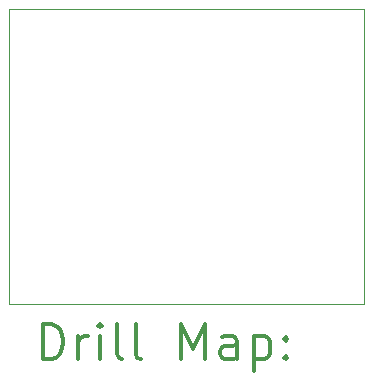
<source format=gbr>
%FSLAX45Y45*%
G04 Gerber Fmt 4.5, Leading zero omitted, Abs format (unit mm)*
G04 Created by KiCad (PCBNEW (5.1.5-0)) date 2022-02-21 13:17:41*
%MOMM*%
%LPD*%
G04 APERTURE LIST*
%TA.AperFunction,Profile*%
%ADD10C,0.050000*%
%TD*%
%ADD11C,0.200000*%
%ADD12C,0.300000*%
G04 APERTURE END LIST*
D10*
X11000000Y-8500000D02*
X11000000Y-6000000D01*
X14000000Y-8500000D02*
X11000000Y-8500000D01*
X14000000Y-6000000D02*
X14000000Y-8500000D01*
X11000000Y-6000000D02*
X14000000Y-6000000D01*
D11*
D12*
X11283928Y-8968214D02*
X11283928Y-8668214D01*
X11355357Y-8668214D01*
X11398214Y-8682500D01*
X11426786Y-8711072D01*
X11441071Y-8739643D01*
X11455357Y-8796786D01*
X11455357Y-8839643D01*
X11441071Y-8896786D01*
X11426786Y-8925357D01*
X11398214Y-8953929D01*
X11355357Y-8968214D01*
X11283928Y-8968214D01*
X11583928Y-8968214D02*
X11583928Y-8768214D01*
X11583928Y-8825357D02*
X11598214Y-8796786D01*
X11612500Y-8782500D01*
X11641071Y-8768214D01*
X11669643Y-8768214D01*
X11769643Y-8968214D02*
X11769643Y-8768214D01*
X11769643Y-8668214D02*
X11755357Y-8682500D01*
X11769643Y-8696786D01*
X11783928Y-8682500D01*
X11769643Y-8668214D01*
X11769643Y-8696786D01*
X11955357Y-8968214D02*
X11926786Y-8953929D01*
X11912500Y-8925357D01*
X11912500Y-8668214D01*
X12112500Y-8968214D02*
X12083928Y-8953929D01*
X12069643Y-8925357D01*
X12069643Y-8668214D01*
X12455357Y-8968214D02*
X12455357Y-8668214D01*
X12555357Y-8882500D01*
X12655357Y-8668214D01*
X12655357Y-8968214D01*
X12926786Y-8968214D02*
X12926786Y-8811072D01*
X12912500Y-8782500D01*
X12883928Y-8768214D01*
X12826786Y-8768214D01*
X12798214Y-8782500D01*
X12926786Y-8953929D02*
X12898214Y-8968214D01*
X12826786Y-8968214D01*
X12798214Y-8953929D01*
X12783928Y-8925357D01*
X12783928Y-8896786D01*
X12798214Y-8868214D01*
X12826786Y-8853929D01*
X12898214Y-8853929D01*
X12926786Y-8839643D01*
X13069643Y-8768214D02*
X13069643Y-9068214D01*
X13069643Y-8782500D02*
X13098214Y-8768214D01*
X13155357Y-8768214D01*
X13183928Y-8782500D01*
X13198214Y-8796786D01*
X13212500Y-8825357D01*
X13212500Y-8911072D01*
X13198214Y-8939643D01*
X13183928Y-8953929D01*
X13155357Y-8968214D01*
X13098214Y-8968214D01*
X13069643Y-8953929D01*
X13341071Y-8939643D02*
X13355357Y-8953929D01*
X13341071Y-8968214D01*
X13326786Y-8953929D01*
X13341071Y-8939643D01*
X13341071Y-8968214D01*
X13341071Y-8782500D02*
X13355357Y-8796786D01*
X13341071Y-8811072D01*
X13326786Y-8796786D01*
X13341071Y-8782500D01*
X13341071Y-8811072D01*
M02*

</source>
